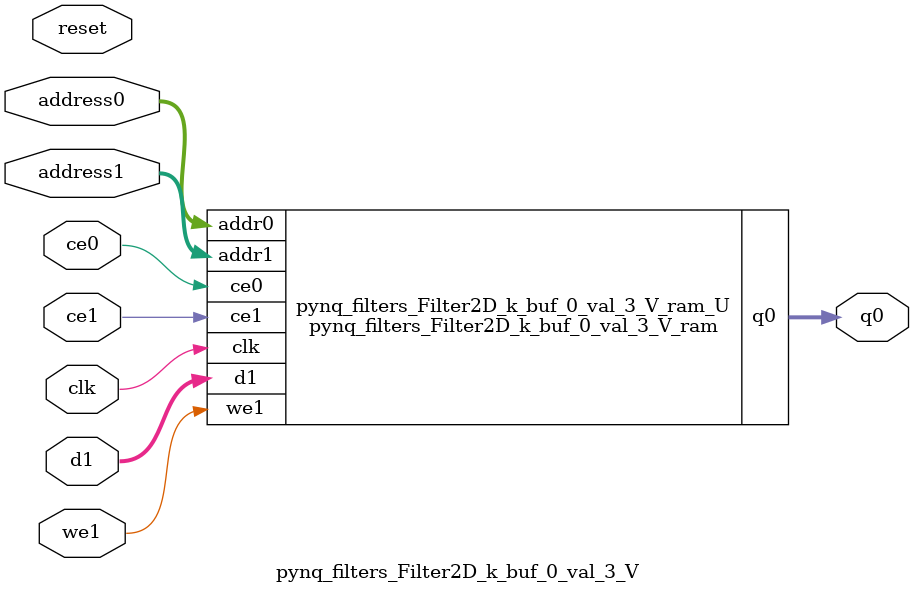
<source format=v>

`timescale 1 ns / 1 ps
module pynq_filters_Filter2D_k_buf_0_val_3_V_ram (addr0, ce0, q0, addr1, ce1, d1, we1,  clk);

parameter DWIDTH = 10;
parameter AWIDTH = 10;
parameter MEM_SIZE = 640;

input[AWIDTH-1:0] addr0;
input ce0;
output reg[DWIDTH-1:0] q0;
input[AWIDTH-1:0] addr1;
input ce1;
input[DWIDTH-1:0] d1;
input we1;
input clk;

(* ram_style = "block" *)reg [DWIDTH-1:0] ram[MEM_SIZE-1:0];




always @(posedge clk)  
begin 
    if (ce0) 
    begin
            q0 <= ram[addr0];
    end
end


always @(posedge clk)  
begin 
    if (ce1) 
    begin
        if (we1) 
        begin 
            ram[addr1] <= d1; 
        end 
    end
end


endmodule


`timescale 1 ns / 1 ps
module pynq_filters_Filter2D_k_buf_0_val_3_V(
    reset,
    clk,
    address0,
    ce0,
    q0,
    address1,
    ce1,
    we1,
    d1);

parameter DataWidth = 32'd10;
parameter AddressRange = 32'd640;
parameter AddressWidth = 32'd10;
input reset;
input clk;
input[AddressWidth - 1:0] address0;
input ce0;
output[DataWidth - 1:0] q0;
input[AddressWidth - 1:0] address1;
input ce1;
input we1;
input[DataWidth - 1:0] d1;



pynq_filters_Filter2D_k_buf_0_val_3_V_ram pynq_filters_Filter2D_k_buf_0_val_3_V_ram_U(
    .clk( clk ),
    .addr0( address0 ),
    .ce0( ce0 ),
    .q0( q0 ),
    .addr1( address1 ),
    .ce1( ce1 ),
    .d1( d1 ),
    .we1( we1 ));

endmodule


</source>
